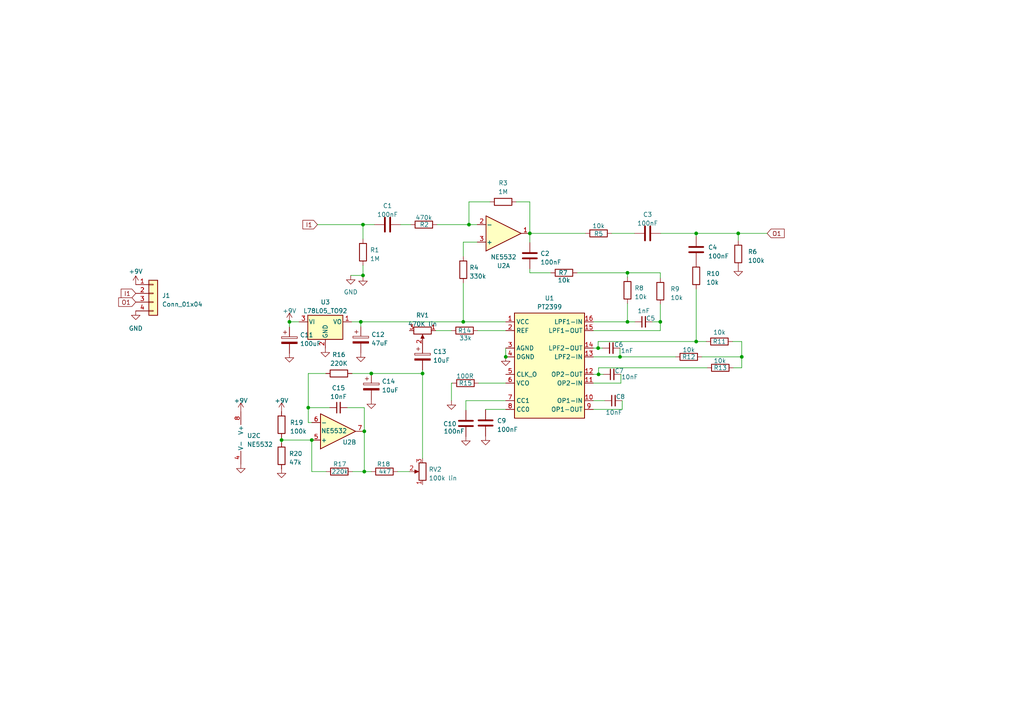
<source format=kicad_sch>
(kicad_sch (version 20230121) (generator eeschema)
  (paper "A4")
  (lib_symbols
    (symbol "Amplifier_Operational:NE5532" (pin_names (offset 0.127))
      (property "Reference" "U" (at 0 5.08 0))
      (property "Value" "NE5532" (at 0 -5.08 0))
      (symbol "NE5532_1_1"
        (polyline (pts (xy -5.08 5.08) (xy 5.08 0) (xy -5.08 -5.08) (xy -5.08 5.08)) (stroke (width 0.254)) (fill (type background)))
        (pin output line (at 7.62 0 180) (length 2.54) (name "~") (number "1"))
        (pin input line (at -7.62 -2.54 0) (length 2.54) (name "-") (number "2"))
        (pin input line (at -7.62 2.54 0) (length 2.54) (name "+") (number "3"))
      )
      (symbol "NE5532_2_1"
        (polyline (pts (xy -5.08 5.08) (xy 5.08 0) (xy -5.08 -5.08) (xy -5.08 5.08)) (stroke (width 0.254)) (fill (type background)))
        (pin input line (at -7.62 2.54 0) (length 2.54) (name "+") (number "5"))
        (pin input line (at -7.62 -2.54 0) (length 2.54) (name "-") (number "6"))
        (pin output line (at 7.62 0 180) (length 2.54) (name "~") (number "7"))
      )
      (symbol "NE5532_3_1"
        (pin power_in line (at -2.54 -7.62 90) (length 3.81) (name "V-") (number "4"))
        (pin power_in line (at -2.54 7.62 270) (length 3.81) (name "V+") (number "8"))
      )
    )
    (symbol "Audio:PT2399"
      (property "Reference" "U" (at 0 17.78 0))
      (property "Value" "PT2399" (at 0 -17.78 0))
      (symbol "PT2399_0_1"
        (rectangle (start -10.16 15.24) (end 10.16 -15.24) (stroke (width 0.254)) (fill (type background)))
      )
      (symbol "PT2399_1_1"
        (pin power_in line (at -12.7 12.7 0) (length 2.54) (name "VCC") (number "1"))
        (pin input line (at 12.7 -10.16 180) (length 2.54) (name "OP1-IN") (number "10"))
        (pin input line (at 12.7 -5.08 180) (length 2.54) (name "OP2-IN") (number "11"))
        (pin output line (at 12.7 -2.54 180) (length 2.54) (name "OP2-OUT") (number "12"))
        (pin input line (at 12.7 2.54 180) (length 2.54) (name "LPF2-IN") (number "13"))
        (pin output line (at 12.7 5.08 180) (length 2.54) (name "LPF2-OUT") (number "14"))
        (pin output line (at 12.7 10.16 180) (length 2.54) (name "LPF1-OUT") (number "15"))
        (pin input line (at 12.7 12.7 180) (length 2.54) (name "LPF1-IN") (number "16"))
        (pin passive line (at -12.7 10.16 0) (length 2.54) (name "REF") (number "2"))
        (pin power_in line (at -12.7 5.08 0) (length 2.54) (name "AGND") (number "3"))
        (pin power_in line (at -12.7 2.54 0) (length 2.54) (name "DGND") (number "4"))
        (pin passive line (at -12.7 -2.54 0) (length 2.54) (name "CLK_O") (number "5"))
        (pin passive line (at -12.7 -5.08 0) (length 2.54) (name "VCO") (number "6"))
        (pin passive line (at -12.7 -10.16 0) (length 2.54) (name "CC1") (number "7"))
        (pin passive line (at -12.7 -12.7 0) (length 2.54) (name "CC0") (number "8"))
        (pin output line (at 12.7 -12.7 180) (length 2.54) (name "OP1-OUT") (number "9"))
      )
    )
    (symbol "Connector_Generic:Conn_01x04" (pin_names (offset 1.016) hide)
      (property "Reference" "J" (at 0 5.08 0))
      (property "Value" "Conn_01x04" (at 0 -7.62 0))
      (symbol "Conn_01x04_1_1"
        (rectangle (start -1.27 -4.953) (end 0 -5.207) (stroke (width 0.1524)))
        (rectangle (start -1.27 -2.413) (end 0 -2.667) (stroke (width 0.1524)))
        (rectangle (start -1.27 0.127) (end 0 -0.127) (stroke (width 0.1524)))
        (rectangle (start -1.27 2.667) (end 0 2.413) (stroke (width 0.1524)))
        (rectangle (start -1.27 3.81) (end 1.27 -6.35) (stroke (width 0.254)) (fill (type background)))
        (pin passive line (at -5.08 2.54 0) (length 3.81) (name "Pin_1") (number "1"))
        (pin passive line (at -5.08 0 0) (length 3.81) (name "Pin_2") (number "2"))
        (pin passive line (at -5.08 -2.54 0) (length 3.81) (name "Pin_3") (number "3"))
        (pin passive line (at -5.08 -5.08 0) (length 3.81) (name "Pin_4") (number "4"))
      )
    )
    (symbol "Device:C" (pin_numbers hide) (pin_names (offset 0.254))
      (property "Reference" "C" (at 0.635 2.54 0))
      (property "Value" "C" (at 0.635 -2.54 0))
      (symbol "C_0_1"
        (polyline (pts (xy -2.032 -0.762) (xy 2.032 -0.762)) (stroke (width 0.508)))
        (polyline (pts (xy -2.032 0.762) (xy 2.032 0.762)) (stroke (width 0.508)))
      )
      (symbol "C_1_1"
        (pin passive line (at 0 3.81 270) (length 2.794) (name "~") (number "1"))
        (pin passive line (at 0 -3.81 90) (length 2.794) (name "~") (number "2"))
      )
    )
    (symbol "Device:C_Polarized" (pin_numbers hide) (pin_names (offset 0.254))
      (property "Reference" "C" (at 0.635 2.54 0))
      (property "Value" "C_Polarized" (at 0.635 -2.54 0))
      (symbol "C_Polarized_0_1"
        (rectangle (start -2.286 0.508) (end 2.286 1.016))
        (polyline (pts (xy -1.778 2.286) (xy -0.762 2.286)))
        (polyline (pts (xy -1.27 2.794) (xy -1.27 1.778)))
        (rectangle (start 2.286 -0.508) (end -2.286 -1.016) (fill (type outline)))
      )
      (symbol "C_Polarized_1_1"
        (pin passive line (at 0 3.81 270) (length 2.794) (name "~") (number "1"))
        (pin passive line (at 0 -3.81 90) (length 2.794) (name "~") (number "2"))
      )
    )
    (symbol "Device:C_Small" (pin_numbers hide) (pin_names (offset 0.254) hide)
      (property "Reference" "C" (at 0.254 1.778 0))
      (property "Value" "C_Small" (at 0.254 -2.032 0))
      (symbol "C_Small_0_1"
        (polyline (pts (xy -1.524 -0.508) (xy 1.524 -0.508)) (stroke (width 0.3302)))
        (polyline (pts (xy -1.524 0.508) (xy 1.524 0.508)) (stroke (width 0.3048)))
      )
      (symbol "C_Small_1_1"
        (pin passive line (at 0 2.54 270) (length 2.032) (name "~") (number "1"))
        (pin passive line (at 0 -2.54 90) (length 2.032) (name "~") (number "2"))
      )
    )
    (symbol "Device:R" (pin_numbers hide) (pin_names (offset 0))
      (property "Reference" "R" (at 2.032 0 90))
      (property "Value" "R" (at 0 0 90))
      (symbol "R_0_1"
        (rectangle (start -1.016 -2.54) (end 1.016 2.54) (stroke (width 0.254)))
      )
      (symbol "R_1_1"
        (pin passive line (at 0 3.81 270) (length 1.27) (name "~") (number "1"))
        (pin passive line (at 0 -3.81 90) (length 1.27) (name "~") (number "2"))
      )
    )
    (symbol "Device:R_Potentiometer" (pin_names (offset 1.016) hide)
      (property "Reference" "RV" (at -4.445 0 90))
      (property "Value" "R_Potentiometer" (at -2.54 0 90))
      (symbol "R_Potentiometer_0_1"
        (polyline (pts (xy 2.54 0) (xy 1.524 0)))
        (polyline (pts (xy 1.143 0) (xy 2.286 0.508) (xy 2.286 -0.508) (xy 1.143 0)) (fill (type outline)))
        (rectangle (start 1.016 2.54) (end -1.016 -2.54) (stroke (width 0.254)))
      )
      (symbol "R_Potentiometer_1_1"
        (pin passive line (at 0 3.81 270) (length 1.27) (name "1") (number "1"))
        (pin passive line (at 3.81 0 180) (length 1.27) (name "2") (number "2"))
        (pin passive line (at 0 -3.81 90) (length 1.27) (name "3") (number "3"))
      )
    )
    (symbol "Regulator_Linear:L78L05_TO92" (pin_names (offset 0.254))
      (property "Reference" "U" (at -3.81 3.175 0))
      (property "Value" "L78L05_TO92" (at 0 3.175 0))
      (symbol "L78L05_TO92_0_1"
        (rectangle (start -5.08 -5.08) (end 5.08 1.905) (stroke (width 0.254)) (fill (type background)))
      )
      (symbol "L78L05_TO92_1_1"
        (pin power_out line (at 7.62 0 180) (length 2.54) (name "VO") (number "1"))
        (pin power_in line (at 0 -7.62 90) (length 2.54) (name "GND") (number "2"))
        (pin power_in line (at -7.62 0 0) (length 2.54) (name "VI") (number "3"))
      )
    )
    (symbol "power:+9V" (power) (pin_names (offset 0))
      (property "Value" "+9V" (at 0 3.556 0))
      (symbol "+9V_0_1"
        (polyline (pts (xy -0.762 1.27) (xy 0 2.54)))
        (polyline (pts (xy 0 0) (xy 0 2.54)))
        (polyline (pts (xy 0 2.54) (xy 0.762 1.27)))
      )
      (symbol "+9V_1_1"
        (pin power_in line (at 0 0 90) (length 0) hide (name "+9V") (number "1"))
      )
    )
    (symbol "power:GND" (power) (pin_names (offset 0))
      (property "Value" "GND" (at 0 -3.81 0))
      (symbol "GND_0_1"
        (polyline (pts (xy 0 0) (xy 0 -1.27) (xy 1.27 -1.27) (xy 0 -2.54) (xy -1.27 -1.27) (xy 0 -1.27)))
      )
      (symbol "GND_1_1"
        (pin power_in line (at 0 0 270) (length 0) hide (name "GND") (number "1"))
      )
    )
  )
  (junction (at 83.947 93.345))
  (junction (at 215.138 103.505))
  (junction (at 105.283 65.151))
  (junction (at 173.482 100.965))
  (junction (at 104.648 93.345))
  (junction (at 181.991 93.345))
  (junction (at 105.664 136.779))
  (junction (at 122.555 108.331))
  (junction (at 81.661 127.635))
  (junction (at 89.408 118.237))
  (junction (at 90.424 127.635))
  (junction (at 136.017 65.151))
  (junction (at 181.991 79.121))
  (junction (at 173.609 108.585))
  (junction (at 107.696 108.331))
  (junction (at 201.93 99.06))
  (junction (at 105.664 125.095))
  (junction (at 191.516 93.345))
  (junction (at 201.93 67.691))
  (junction (at 153.67 67.691))
  (junction (at 105.283 79.883))
  (junction (at 214.122 67.691))
  (junction (at 179.832 103.505))
  (junction (at 134.366 93.345))
  (junction (at 146.685 103.505))
  (wire (pts (xy 92.075 65.151) (xy 105.283 65.151)))
  (wire (pts (xy 177.419 67.691) (xy 184.023 67.691)))
  (wire (pts (xy 142.113 58.547) (xy 136.017 58.547)))
  (wire (pts (xy 135.128 116.205) (xy 146.685 116.205)))
  (wire (pts (xy 172.085 100.965) (xy 173.482 100.965)))
  (wire (pts (xy 126.746 65.151) (xy 136.017 65.151)))
  (wire (pts (xy 101.727 79.883) (xy 105.283 79.883)))
  (wire (pts (xy 191.516 88.265) (xy 191.516 93.345)))
  (wire (pts (xy 173.482 99.06) (xy 201.93 99.06)))
  (wire (pts (xy 191.516 93.345) (xy 191.516 95.885)))
  (wire (pts (xy 122.555 108.331) (xy 122.555 107.315)))
  (wire (pts (xy 153.67 67.691) (xy 153.67 70.358)))
  (wire (pts (xy 105.283 65.151) (xy 105.283 69.342)))
  (wire (pts (xy 146.685 100.965) (xy 146.685 103.505)))
  (wire (pts (xy 153.67 67.691) (xy 169.799 67.691)))
  (wire (pts (xy 136.017 65.151) (xy 138.43 65.151)))
  (wire (pts (xy 153.67 67.691) (xy 153.67 58.547)))
  (wire (pts (xy 181.991 93.345) (xy 184.15 93.345)))
  (wire (pts (xy 104.648 93.345) (xy 134.366 93.345)))
  (wire (pts (xy 86.741 93.345) (xy 83.947 93.345)))
  (wire (pts (xy 173.482 100.965) (xy 174.752 100.965)))
  (wire (pts (xy 172.085 118.745) (xy 180.467 118.745)))
  (wire (pts (xy 136.017 58.547) (xy 136.017 65.151)))
  (wire (pts (xy 172.085 103.505) (xy 179.832 103.505)))
  (wire (pts (xy 153.67 58.547) (xy 149.733 58.547)))
  (wire (pts (xy 102.108 108.331) (xy 107.696 108.331)))
  (wire (pts (xy 179.832 100.965) (xy 179.832 103.505)))
  (wire (pts (xy 181.991 80.391) (xy 181.991 79.121)))
  (wire (pts (xy 140.843 118.745) (xy 140.843 118.872)))
  (wire (pts (xy 105.283 76.962) (xy 105.283 79.883)))
  (wire (pts (xy 180.467 118.745) (xy 180.467 116.205)))
  (wire (pts (xy 205.105 106.68) (xy 173.609 106.68)))
  (wire (pts (xy 173.609 106.68) (xy 173.609 108.585)))
  (wire (pts (xy 201.93 99.06) (xy 204.851 99.06)))
  (wire (pts (xy 83.947 93.345) (xy 83.947 94.869)))
  (wire (pts (xy 215.138 99.06) (xy 215.138 103.505)))
  (wire (pts (xy 101.981 93.345) (xy 104.648 93.345)))
  (wire (pts (xy 180.086 111.125) (xy 180.086 108.585)))
  (wire (pts (xy 100.711 118.237) (xy 105.664 118.237)))
  (wire (pts (xy 214.122 69.85) (xy 214.122 67.691)))
  (wire (pts (xy 172.085 93.345) (xy 181.991 93.345)))
  (wire (pts (xy 172.085 116.205) (xy 175.387 116.205)))
  (wire (pts (xy 126.365 95.885) (xy 130.937 95.885)))
  (wire (pts (xy 95.631 118.237) (xy 89.408 118.237)))
  (wire (pts (xy 107.696 108.331) (xy 122.555 108.331)))
  (wire (pts (xy 153.67 77.978) (xy 153.67 79.121)))
  (wire (pts (xy 102.235 136.779) (xy 105.664 136.779)))
  (wire (pts (xy 153.67 79.121) (xy 159.766 79.121)))
  (wire (pts (xy 172.085 111.125) (xy 180.086 111.125)))
  (wire (pts (xy 181.991 88.011) (xy 181.991 93.345)))
  (wire (pts (xy 134.366 93.345) (xy 134.366 82.042)))
  (wire (pts (xy 81.661 127.635) (xy 81.661 128.397)))
  (wire (pts (xy 201.93 67.691) (xy 214.122 67.691)))
  (wire (pts (xy 105.664 125.095) (xy 105.664 136.779)))
  (wire (pts (xy 146.685 118.745) (xy 140.843 118.745)))
  (wire (pts (xy 167.386 79.121) (xy 181.991 79.121)))
  (wire (pts (xy 90.424 136.779) (xy 94.615 136.779)))
  (wire (pts (xy 130.937 111.125) (xy 131.191 111.125)))
  (wire (pts (xy 134.366 70.231) (xy 134.366 74.422)))
  (wire (pts (xy 138.557 95.885) (xy 146.685 95.885)))
  (wire (pts (xy 104.648 94.742) (xy 104.648 93.345)))
  (wire (pts (xy 115.316 136.779) (xy 118.745 136.779)))
  (wire (pts (xy 212.471 99.06) (xy 215.138 99.06)))
  (wire (pts (xy 116.205 65.151) (xy 119.126 65.151)))
  (wire (pts (xy 81.661 127) (xy 81.661 127.635)))
  (wire (pts (xy 105.664 118.237) (xy 105.664 125.095)))
  (wire (pts (xy 130.937 116.205) (xy 130.937 111.125)))
  (wire (pts (xy 173.609 108.585) (xy 175.006 108.585)))
  (wire (pts (xy 214.122 67.691) (xy 222.504 67.691)))
  (wire (pts (xy 81.661 127.635) (xy 90.424 127.635)))
  (wire (pts (xy 135.128 118.999) (xy 135.128 116.205)))
  (wire (pts (xy 215.138 106.68) (xy 212.725 106.68)))
  (wire (pts (xy 173.609 108.585) (xy 172.085 108.585)))
  (wire (pts (xy 201.93 83.82) (xy 201.93 99.06)))
  (wire (pts (xy 138.43 70.231) (xy 134.366 70.231)))
  (wire (pts (xy 191.516 79.121) (xy 191.516 80.645)))
  (wire (pts (xy 122.555 108.331) (xy 122.555 132.969)))
  (wire (pts (xy 105.283 65.151) (xy 108.585 65.151)))
  (wire (pts (xy 173.482 99.06) (xy 173.482 100.965)))
  (wire (pts (xy 203.581 103.505) (xy 215.138 103.505)))
  (wire (pts (xy 172.085 95.885) (xy 191.516 95.885)))
  (wire (pts (xy 89.408 118.237) (xy 89.408 122.555)))
  (wire (pts (xy 215.138 103.505) (xy 215.138 106.68)))
  (wire (pts (xy 189.23 93.345) (xy 191.516 93.345)))
  (wire (pts (xy 105.283 79.883) (xy 105.283 80.264)))
  (wire (pts (xy 179.832 103.505) (xy 195.961 103.505)))
  (wire (pts (xy 89.408 108.331) (xy 89.408 118.237)))
  (wire (pts (xy 146.685 93.345) (xy 134.366 93.345)))
  (wire (pts (xy 90.424 127.635) (xy 90.424 136.779)))
  (wire (pts (xy 201.93 67.691) (xy 201.93 68.58)))
  (wire (pts (xy 89.408 122.555) (xy 90.424 122.555)))
  (wire (pts (xy 138.811 111.125) (xy 146.685 111.125)))
  (wire (pts (xy 94.488 108.331) (xy 89.408 108.331)))
  (wire (pts (xy 105.664 136.779) (xy 107.696 136.779)))
  (wire (pts (xy 191.643 67.691) (xy 201.93 67.691)))
  (wire (pts (xy 181.991 79.121) (xy 191.516 79.121)))
  (global_label "O1" (shape input) (at 222.504 67.691 0) (property "Intersheetrefs" "${INTERSHEET_REFS}" (effects hide)))
  (global_label "I1" (shape input) (at 39.37 85.09 180) (property "Intersheetrefs" "${INTERSHEET_REFS}" (effects hide)))
  (global_label "I1" (shape input) (at 92.075 65.151 180) (property "Intersheetrefs" "${INTERSHEET_REFS}" (effects hide)))
  (global_label "O1" (shape input) (at 39.37 87.63 180) (property "Intersheetrefs" "${INTERSHEET_REFS}" (effects hide)))
  (symbol (lib_id "power:GND") (at 101.727 79.883 0) (unit 1)
    (property "Reference" "#PWR02" (effects hide))
    (property "Value" "GND" (at 101.727 84.709 0))
    (instances (project "little-angel-chorus" (path "" (reference "#PWR02") (unit 1))) (project "MagPi" (path "" (reference "#PWR034") (unit 1))))
  )
  (symbol (lib_id "power:+9V") (at 39.37 82.55 0) (unit 1)
    (property "Reference" "#PWR013" (effects hide))
    (property "Value" "+9V" (at 39.37 78.74 0))
    (instances (project "MagPi" (path "" (reference "#PWR013") (unit 1)) (path "" (reference "#PWR043") (unit 1))))
  )
  (symbol (lib_id "Device:C_Small") (at 177.546 108.585 90) (unit 1)
    (property "Reference" "C7" (at 179.578 107.569 90))
    (property "Value" "10nF" (at 182.626 109.347 90))
    (property "Footprint" "Capacitor_THT:C_Disc_D3.0mm_W1.6mm_P2.50mm" (effects hide))
    (instances (project "little-angel-chorus" (path "" (reference "C7") (unit 1))) (project "MagPi" (path "" (reference "C11") (unit 1))))
  )
  (symbol (lib_id "Device:C_Polarized") (at 107.696 112.141 0) (unit 1)
    (property "Reference" "C14" (at 110.744 110.617 0) (effects (justify left)))
    (property "Value" "10uF" (at 110.744 113.157 0) (effects (justify left)))
    (property "Footprint" "Capacitor_THT:CP_Radial_D8.0mm_P2.50mm" (effects hide))
    (instances (project "little-angel-chorus" (path "" (reference "C14") (unit 1))) (project "MagPi" (path "" (reference "C4") (unit 1))))
  )
  (symbol (lib_id "power:GND") (at 83.947 102.489 0) (unit 1)
    (property "Reference" "#PWR010" (effects hide))
    (property "Value" "Earth" (effects hide))
    (instances (project "little-angel-chorus" (path "" (reference "#PWR010") (unit 1))) (project "MagPi" (path "" (reference "#PWR032") (unit 1))))
  )
  (symbol (lib_id "Device:R") (at 214.122 73.66 180) (unit 1)
    (property "Reference" "R6" (at 216.916 73.025 0) (effects (justify right)))
    (property "Value" "100k" (at 216.916 75.565 0) (effects (justify right)))
    (property "Footprint" "Resistor_THT:R_Axial_DIN0204_L3.6mm_D1.6mm_P7.62mm_Horizontal" (effects hide))
    (instances (project "little-angel-chorus" (path "" (reference "R6") (unit 1))) (project "MagPi" (path "" (reference "R26") (unit 1))))
  )
  (symbol (lib_id "Connector_Generic:Conn_01x04") (at 44.45 85.09 0) (unit 1)
    (property "Reference" "J1" (at 46.99 85.725 0) (effects (justify left)))
    (property "Value" "Conn_01x04" (at 46.99 88.265 0) (effects (justify left)))
    (property "Footprint" "Connector_Molex:Molex_KK-254_AE-6410-04A_1x04_P2.54mm_Vertical" (effects hide))
    (instances (project "MagPi" (path "" (reference "J1") (unit 1)) (path "" (reference "J9") (unit 1))))
  )
  (symbol (lib_id "Device:R") (at 105.283 73.152 0) (unit 1)
    (property "Reference" "R1" (at 107.315 72.517 0) (effects (justify left)))
    (property "Value" "1M" (at 107.315 75.057 0) (effects (justify left)))
    (property "Footprint" "Resistor_THT:R_Axial_DIN0204_L3.6mm_D1.6mm_P7.62mm_Horizontal" (effects hide))
    (instances (project "little-angel-chorus" (path "" (reference "R1") (unit 1))) (project "MagPi" (path "" (reference "R11") (unit 1))))
  )
  (symbol (lib_id "Device:R") (at 145.923 58.547 90) (unit 1)
    (property "Reference" "R3" (at 145.923 53.086 90))
    (property "Value" "1M" (at 145.923 55.626 90))
    (property "Footprint" "Resistor_THT:R_Axial_DIN0204_L3.6mm_D1.6mm_P7.62mm_Horizontal" (effects hide))
    (instances (project "little-angel-chorus" (path "" (reference "R3") (unit 1))) (project "MagPi" (path "" (reference "R17") (unit 1))))
  )
  (symbol (lib_id "Device:R") (at 81.661 123.19 180) (unit 1)
    (property "Reference" "R19" (at 84.074 122.555 0) (effects (justify right)))
    (property "Value" "100k" (at 84.074 125.095 0) (effects (justify right)))
    (property "Footprint" "Resistor_THT:R_Axial_DIN0204_L3.6mm_D1.6mm_P7.62mm_Horizontal" (effects hide))
    (instances (project "little-angel-chorus" (path "" (reference "R19") (unit 1))) (project "MagPi" (path "" (reference "R7") (unit 1))))
  )
  (symbol (lib_id "power:+9V") (at 83.947 93.345 0) (unit 1)
    (property "Reference" "#PWR012" (effects hide))
    (property "Value" "+9V" (at 83.947 90.17 0))
    (instances (project "little-angel-chorus" (path "" (reference "#PWR012") (unit 1))) (project "MagPi" (path "" (reference "#PWR031") (unit 1))))
  )
  (symbol (lib_id "Device:R") (at 191.516 84.455 180) (unit 1)
    (property "Reference" "R9" (at 194.437 83.82 0) (effects (justify right)))
    (property "Value" "10k" (at 194.437 86.36 0) (effects (justify right)))
    (property "Footprint" "Resistor_THT:R_Axial_DIN0204_L3.6mm_D1.6mm_P7.62mm_Horizontal" (effects hide))
    (instances (project "little-angel-chorus" (path "" (reference "R9") (unit 1))) (project "MagPi" (path "" (reference "R21") (unit 1))))
  )
  (symbol (lib_id "Device:C") (at 201.93 72.39 180) (unit 1)
    (property "Reference" "C4" (at 205.359 71.755 0) (effects (justify right)))
    (property "Value" "100nF" (at 205.359 74.295 0) (effects (justify right)))
    (property "Footprint" "Capacitor_THT:C_Disc_D3.0mm_W1.6mm_P2.50mm" (effects hide))
    (instances (project "little-angel-chorus" (path "" (reference "C4") (unit 1))) (project "MagPi" (path "" (reference "C15") (unit 1))))
  )
  (symbol (lib_id "Device:C_Polarized") (at 104.648 98.552 0) (unit 1)
    (property "Reference" "C12" (at 107.696 97.028 0) (effects (justify left)))
    (property "Value" "47uF" (at 107.696 99.568 0) (effects (justify left)))
    (property "Footprint" "Capacitor_THT:CP_Radial_D8.0mm_P2.50mm" (effects hide))
    (instances (project "little-angel-chorus" (path "" (reference "C12") (unit 1))) (project "MagPi" (path "" (reference "C3") (unit 1))))
  )
  (symbol (lib_id "Device:R") (at 98.298 108.331 90) (unit 1)
    (property "Reference" "R16" (at 98.298 102.87 90))
    (property "Value" "220K" (at 98.298 105.41 90))
    (property "Footprint" "Resistor_THT:R_Axial_DIN0204_L3.6mm_D1.6mm_P7.62mm_Horizontal" (effects hide))
    (instances (project "little-angel-chorus" (path "" (reference "R16") (unit 1))) (project "MagPi" (path "" (reference "R9") (unit 1))))
  )
  (symbol (lib_id "Device:R_Potentiometer") (at 122.555 136.779 180) (unit 1)
    (property "Reference" "RV2" (at 124.333 136.144 0) (effects (justify right)))
    (property "Value" "100k lin" (at 124.333 138.684 0) (effects (justify right)))
    (property "Footprint" "Potentiometer_THT:Potentiometer_Alps_RK09L_Single_Vertical" (effects hide))
  )
  (symbol (lib_id "power:GND") (at 81.661 136.017 0) (unit 1)
    (property "Reference" "#PWR015" (effects hide))
    (property "Value" "Earth" (effects hide))
    (instances (project "little-angel-chorus" (path "" (reference "#PWR015") (unit 1))) (project "MagPi" (path "" (reference "#PWR030") (unit 1))))
  )
  (symbol (lib_id "Device:C_Small") (at 177.927 116.205 90) (unit 1)
    (property "Reference" "C8" (at 179.959 115.062 90))
    (property "Value" "10nF" (at 178.054 119.634 90))
    (property "Footprint" "Capacitor_THT:C_Disc_D3.0mm_W1.6mm_P2.50mm" (effects hide))
    (instances (project "little-angel-chorus" (path "" (reference "C8") (unit 1))) (project "MagPi" (path "" (reference "C12") (unit 1))))
  )
  (symbol (lib_id "Device:R") (at 201.93 80.01 180) (unit 1)
    (property "Reference" "R10" (at 204.851 79.375 0) (effects (justify right)))
    (property "Value" "10k" (at 204.851 81.915 0) (effects (justify right)))
    (property "Footprint" "Resistor_THT:R_Axial_DIN0204_L3.6mm_D1.6mm_P7.62mm_Horizontal" (effects hide))
    (instances (project "little-angel-chorus" (path "" (reference "R10") (unit 1))) (project "MagPi" (path "" (reference "R23") (unit 1))))
  )
  (symbol (lib_id "Audio:PT2399") (at 159.385 106.045 0) (unit 1)
    (property "Reference" "U1" (at 159.385 86.487 0))
    (property "Value" "PT2399" (at 159.385 89.027 0))
    (property "Footprint" "Package_DIP:DIP-16_W7.62mm" (effects hide))
    (property "Datasheet" "http://sound.westhost.com/pt2399.pdf" (effects hide))
    (instances (project "little-angel-chorus" (path "" (reference "U1") (unit 1))) (project "MagPi" (path "" (reference "U3") (unit 1))))
  )
  (symbol (lib_id "power:+9V") (at 69.85 119.38 0) (unit 1)
    (property "Reference" "#PWR013" (effects hide))
    (property "Value" "+9V" (at 69.85 116.205 0))
    (instances (project "little-angel-chorus" (path "" (reference "#PWR013") (unit 1))) (project "MagPi" (path "" (reference "#PWR027") (unit 1))))
  )
  (symbol (lib_id "Device:R") (at 122.936 65.151 90) (unit 1)
    (property "Reference" "R2" (at 123.063 65.151 90))
    (property "Value" "470k" (at 122.936 63.119 90))
    (property "Footprint" "Resistor_THT:R_Axial_DIN0204_L3.6mm_D1.6mm_P7.62mm_Horizontal" (effects hide))
    (instances (project "little-angel-chorus" (path "" (reference "R2") (unit 1))) (project "MagPi" (path "" (reference "R13") (unit 1))))
  )
  (symbol (lib_id "Device:C_Small") (at 186.69 93.345 90) (unit 1)
    (property "Reference" "C5" (at 188.722 92.329 90))
    (property "Value" "1nF" (at 186.6963 90.17 90))
    (property "Footprint" "Capacitor_THT:C_Disc_D3.0mm_W1.6mm_P2.50mm" (effects hide))
    (instances (project "little-angel-chorus" (path "" (reference "C5") (unit 1))) (project "MagPi" (path "" (reference "C13") (unit 1))))
  )
  (symbol (lib_id "Device:R") (at 134.366 78.232 180) (unit 1)
    (property "Reference" "R4" (at 136.144 77.597 0) (effects (justify right)))
    (property "Value" "330k" (at 136.144 80.137 0) (effects (justify right)))
    (property "Footprint" "Resistor_THT:R_Axial_DIN0204_L3.6mm_D1.6mm_P7.62mm_Horizontal" (effects hide))
    (instances (project "little-angel-chorus" (path "" (reference "R4") (unit 1))) (project "MagPi" (path "" (reference "R14") (unit 1))))
  )
  (symbol (lib_id "Device:C_Polarized") (at 122.555 103.505 0) (unit 1)
    (property "Reference" "C13" (at 125.603 101.981 0) (effects (justify left)))
    (property "Value" "10uF" (at 125.603 104.521 0) (effects (justify left)))
    (property "Footprint" "Capacitor_THT:CP_Radial_D8.0mm_P2.50mm" (effects hide))
    (instances (project "little-angel-chorus" (path "" (reference "C13") (unit 1))) (project "MagPi" (path "" (reference "C6") (unit 1))))
  )
  (symbol (lib_id "Device:R") (at 199.771 103.505 270) (unit 1)
    (property "Reference" "R12" (at 199.771 103.505 90))
    (property "Value" "10k" (at 199.771 101.473 90))
    (property "Footprint" "Resistor_THT:R_Axial_DIN0204_L3.6mm_D1.6mm_P7.62mm_Horizontal" (effects hide))
    (instances (project "little-angel-chorus" (path "" (reference "R12") (unit 1))) (project "MagPi" (path "" (reference "R22") (unit 1))))
  )
  (symbol (lib_id "Device:R_Potentiometer") (at 122.555 95.885 270) (unit 1)
    (property "Reference" "RV1" (at 122.555 91.44 90))
    (property "Value" "470K lin" (at 122.555 93.98 90))
    (property "Footprint" "Potentiometer_THT:Potentiometer_Alps_RK09L_Single_Vertical" (effects hide))
  )
  (symbol (lib_id "Device:C") (at 187.833 67.691 90) (unit 1)
    (property "Reference" "C3" (at 187.833 62.23 90))
    (property "Value" "100nF" (at 187.833 64.77 90))
    (property "Footprint" "Capacitor_THT:C_Disc_D3.0mm_W1.6mm_P2.50mm" (effects hide))
    (instances (project "little-angel-chorus" (path "" (reference "C3") (unit 1))) (project "MagPi" (path "" (reference "C14") (unit 1))))
  )
  (symbol (lib_id "power:GND") (at 69.85 134.62 0) (unit 1)
    (property "Reference" "#PWR014" (effects hide))
    (property "Value" "Earth" (effects hide))
    (instances (project "little-angel-chorus" (path "" (reference "#PWR014") (unit 1))) (project "MagPi" (path "" (reference "#PWR028") (unit 1))))
  )
  (symbol (lib_id "Device:R") (at 208.915 106.68 270) (unit 1)
    (property "Reference" "R13" (at 208.915 106.68 90))
    (property "Value" "10k" (at 208.788 104.648 90))
    (property "Footprint" "Resistor_THT:R_Axial_DIN0204_L3.6mm_D1.6mm_P7.62mm_Horizontal" (effects hide))
    (instances (project "little-angel-chorus" (path "" (reference "R13") (unit 1))) (project "MagPi" (path "" (reference "R25") (unit 1))))
  )
  (symbol (lib_id "Regulator_Linear:L78L05_TO92") (at 94.361 93.345 0) (unit 1)
    (property "Reference" "U3" (at 94.361 87.63 0))
    (property "Value" "L78L05_TO92" (at 94.361 90.17 0))
    (property "Footprint" "Package_TO_SOT_THT:TO-92_Inline" (effects hide))
    (property "Datasheet" "http://www.st.com/content/ccc/resource/technical/document/datasheet/15/55/e5/aa/23/5b/43/fd/CD00000446.pdf/files/CD00000446.pdf/jcr:content/translations/en.CD00000446.pdf" (effects hide))
    (instances (project "little-angel-chorus" (path "" (reference "U3") (unit 1))) (project "MagPi" (path "" (reference "U2") (unit 1))))
  )
  (symbol (lib_id "power:GND") (at 214.122 77.47 0) (unit 1)
    (property "Reference" "#PWR03" (effects hide))
    (property "Value" "Earth" (effects hide))
    (instances (project "little-angel-chorus" (path "" (reference "#PWR03") (unit 1))) (project "MagPi" (path "" (reference "#PWR042") (unit 1))))
  )
  (symbol (lib_id "power:GND") (at 94.361 100.965 0) (unit 1)
    (property "Reference" "#PWR09" (effects hide))
    (property "Value" "Earth" (effects hide))
    (instances (project "little-angel-chorus" (path "" (reference "#PWR09") (unit 1))) (project "MagPi" (path "" (reference "#PWR033") (unit 1))))
  )
  (symbol (lib_id "Amplifier_Operational:NE5532") (at 98.044 125.095 0) (mirror x) (unit 2)
    (property "Reference" "U2" (at 101.346 128.27 0))
    (property "Value" "NE5532" (at 96.901 124.968 0))
    (property "Footprint" "Package_DIP:DIP-8_W7.62mm" (effects hide))
    (property "Datasheet" "http://www.ti.com/lit/ds/symlink/ne5532.pdf" (effects hide))
    (instances (project "little-angel-chorus" (path "" (reference "U2") (unit 2))) (project "MagPi" (path "" (reference "U1") (unit 2))))
  )
  (symbol (lib_id "Amplifier_Operational:NE5532") (at 72.39 127 0) (unit 3)
    (property "Reference" "U2" (at 71.628 126.365 0) (effects (justify left)))
    (property "Value" "NE5532" (at 71.628 128.905 0) (effects (justify left)))
    (property "Footprint" "Package_DIP:DIP-8_W7.62mm" (effects hide))
    (property "Datasheet" "http://www.ti.com/lit/ds/symlink/ne5532.pdf" (effects hide))
    (instances (project "little-angel-chorus" (path "" (reference "U2") (unit 3))) (project "MagPi" (path "" (reference "U1") (unit 3))))
  )
  (symbol (lib_id "Device:R") (at 81.661 132.207 180) (unit 1)
    (property "Reference" "R20" (at 83.82 131.572 0) (effects (justify right)))
    (property "Value" "47k" (at 83.82 134.112 0) (effects (justify right)))
    (property "Footprint" "Resistor_THT:R_Axial_DIN0204_L3.6mm_D1.6mm_P7.62mm_Horizontal" (effects hide))
    (instances (project "little-angel-chorus" (path "" (reference "R20") (unit 1))) (project "MagPi" (path "" (reference "R8") (unit 1))))
  )
  (symbol (lib_id "Device:C") (at 112.395 65.151 90) (unit 1)
    (property "Reference" "C1" (at 112.395 59.69 90))
    (property "Value" "100nF" (at 112.395 62.23 90))
    (property "Footprint" "Capacitor_THT:C_Disc_D3.0mm_W1.6mm_P2.50mm" (effects hide))
    (instances (project "little-angel-chorus" (path "" (reference "C1") (unit 1))) (project "MagPi" (path "" (reference "C5") (unit 1))))
  )
  (symbol (lib_id "power:GND") (at 104.648 102.362 0) (unit 1)
    (property "Reference" "#PWR011" (effects hide))
    (property "Value" "Earth" (effects hide))
    (instances (project "little-angel-chorus" (path "" (reference "#PWR011") (unit 1))) (project "MagPi" (path "" (reference "#PWR035") (unit 1))))
  )
  (symbol (lib_id "Device:R") (at 135.001 111.125 90) (unit 1)
    (property "Reference" "R15" (at 135.001 111.125 90))
    (property "Value" "100R" (at 134.874 109.093 90))
    (property "Footprint" "Resistor_THT:R_Axial_DIN0204_L3.6mm_D1.6mm_P7.62mm_Horizontal" (effects hide))
    (instances (project "little-angel-chorus" (path "" (reference "R15") (unit 1))) (project "MagPi" (path "" (reference "R16") (unit 1))))
  )
  (symbol (lib_id "Device:R") (at 208.661 99.06 270) (unit 1)
    (property "Reference" "R11" (at 208.661 99.06 90))
    (property "Value" "10k" (at 208.661 96.393 90))
    (property "Footprint" "Resistor_THT:R_Axial_DIN0204_L3.6mm_D1.6mm_P7.62mm_Horizontal" (effects hide))
    (instances (project "little-angel-chorus" (path "" (reference "R11") (unit 1))) (project "MagPi" (path "" (reference "R24") (unit 1))))
  )
  (symbol (lib_id "Device:C_Polarized") (at 83.947 98.679 0) (unit 1)
    (property "Reference" "C11" (at 86.995 97.155 0) (effects (justify left)))
    (property "Value" "100uF" (at 86.995 99.695 0) (effects (justify left)))
    (property "Footprint" "Capacitor_THT:CP_Radial_D8.0mm_P2.50mm" (effects hide))
    (instances (project "little-angel-chorus" (path "" (reference "C11") (unit 1))) (project "MagPi" (path "" (reference "C1") (unit 1))))
  )
  (symbol (lib_id "Device:R") (at 134.747 95.885 90) (unit 1)
    (property "Reference" "R14" (at 134.747 95.885 90))
    (property "Value" "33k" (at 135.001 98.044 90))
    (property "Footprint" "Resistor_THT:R_Axial_DIN0204_L3.6mm_D1.6mm_P7.62mm_Horizontal" (effects hide))
    (instances (project "little-angel-chorus" (path "" (reference "R14") (unit 1))) (project "MagPi" (path "" (reference "R15") (unit 1))))
  )
  (symbol (lib_id "Device:R") (at 163.576 79.121 90) (unit 1)
    (property "Reference" "R7" (at 163.322 79.121 90))
    (property "Value" "10k" (at 163.576 81.28 90))
    (property "Footprint" "Resistor_THT:R_Axial_DIN0204_L3.6mm_D1.6mm_P7.62mm_Horizontal" (effects hide))
    (instances (project "little-angel-chorus" (path "" (reference "R7") (unit 1))) (project "MagPi" (path "" (reference "R18") (unit 1))))
  )
  (symbol (lib_id "Device:C") (at 153.67 74.168 180) (unit 1)
    (property "Reference" "C2" (at 156.718 73.533 0) (effects (justify right)))
    (property "Value" "100nF" (at 156.718 76.073 0) (effects (justify right)))
    (property "Footprint" "Capacitor_THT:C_Disc_D3.0mm_W1.6mm_P2.50mm" (effects hide))
    (instances (project "little-angel-chorus" (path "" (reference "C2") (unit 1))) (project "MagPi" (path "" (reference "C9") (unit 1))))
  )
  (symbol (lib_id "power:GND") (at 135.128 126.619 0) (unit 1)
    (property "Reference" "#PWR07" (effects hide))
    (property "Value" "Earth" (effects hide))
    (instances (project "little-angel-chorus" (path "" (reference "#PWR07") (unit 1))) (project "MagPi" (path "" (reference "#PWR039") (unit 1))))
  )
  (symbol (lib_id "power:GND") (at 107.696 115.951 0) (unit 1)
    (property "Reference" "#PWR017" (effects hide))
    (property "Value" "Earth" (effects hide))
    (instances (project "little-angel-chorus" (path "" (reference "#PWR017") (unit 1))) (project "MagPi" (path "" (reference "#PWR037") (unit 1))))
  )
  (symbol (lib_id "Device:C") (at 135.128 122.809 180) (unit 1)
    (property "Reference" "C10" (at 128.524 122.936 0) (effects (justify right)))
    (property "Value" "100nF" (at 128.651 125.095 0) (effects (justify right)))
    (property "Footprint" "Capacitor_THT:C_Disc_D3.0mm_W1.6mm_P2.50mm" (effects hide))
    (instances (project "little-angel-chorus" (path "" (reference "C10") (unit 1))) (project "MagPi" (path "" (reference "C7") (unit 1))))
  )
  (symbol (lib_id "power:GND") (at 146.685 103.505 0) (unit 1)
    (property "Reference" "#PWR05" (effects hide))
    (property "Value" "Earth" (effects hide))
    (instances (project "little-angel-chorus" (path "" (reference "#PWR05") (unit 1))) (project "MagPi" (path "" (reference "#PWR041") (unit 1))))
  )
  (symbol (lib_id "Device:C_Small") (at 177.292 100.965 90) (unit 1)
    (property "Reference" "C6" (at 179.451 99.949 90))
    (property "Value" "1nF" (at 181.864 101.727 90))
    (property "Footprint" "Capacitor_THT:C_Disc_D3.0mm_W1.6mm_P2.50mm" (effects hide))
    (instances (project "little-angel-chorus" (path "" (reference "C6") (unit 1))) (project "MagPi" (path "" (reference "C10") (unit 1))))
  )
  (symbol (lib_id "Device:C_Small") (at 98.171 118.237 90) (unit 1)
    (property "Reference" "C15" (at 98.1773 112.522 90))
    (property "Value" "10nF" (at 98.1773 115.062 90))
    (property "Footprint" "Capacitor_THT:C_Disc_D3.0mm_W1.6mm_P2.50mm" (effects hide))
    (instances (project "little-angel-chorus" (path "" (reference "C15") (unit 1))) (project "MagPi" (path "" (reference "C2") (unit 1))))
  )
  (symbol (lib_id "Device:R") (at 111.506 136.779 90) (unit 1)
    (property "Reference" "R18" (at 111.252 134.62 90))
    (property "Value" "4k7" (at 111.633 136.779 90))
    (property "Footprint" "Resistor_THT:R_Axial_DIN0204_L3.6mm_D1.6mm_P7.62mm_Horizontal" (effects hide))
    (instances (project "little-angel-chorus" (path "" (reference "R18") (unit 1))) (project "MagPi" (path "" (reference "R12") (unit 1))))
  )
  (symbol (lib_id "power:GND") (at 130.937 116.205 0) (unit 1)
    (property "Reference" "#PWR06" (effects hide))
    (property "Value" "Earth" (effects hide))
    (instances (project "little-angel-chorus" (path "" (reference "#PWR06") (unit 1))) (project "MagPi" (path "" (reference "#PWR038") (unit 1))))
  )
  (symbol (lib_id "Amplifier_Operational:NE5532") (at 146.05 67.691 0) (mirror x) (unit 1)
    (property "Reference" "U2" (at 146.05 77.089 0))
    (property "Value" "NE5532" (at 146.05 74.549 0))
    (property "Footprint" "Package_DIP:DIP-8_W7.62mm" (effects hide))
    (property "Datasheet" "http://www.ti.com/lit/ds/symlink/ne5532.pdf" (effects hide))
    (instances (project "little-angel-chorus" (path "" (reference "U2") (unit 1))) (project "MagPi" (path "" (reference "U1") (unit 1))))
  )
  (symbol (lib_id "power:GND") (at 39.37 90.17 0) (unit 1)
    (property "Reference" "#PWR014" (effects hide))
    (property "Value" "GND" (at 39.37 95.25 0))
    (instances (project "MagPi" (path "" (reference "#PWR014") (unit 1)) (path "" (reference "#PWR044") (unit 1))))
  )
  (symbol (lib_id "power:GND") (at 105.283 80.264 0) (unit 1)
    (property "Reference" "#PWR01" (effects hide))
    (property "Value" "Earth" (effects hide))
    (instances (project "little-angel-chorus" (path "" (reference "#PWR01") (unit 1))) (project "MagPi" (path "" (reference "#PWR036") (unit 1))))
  )
  (symbol (lib_id "Device:C") (at 140.843 122.682 180) (unit 1)
    (property "Reference" "C9" (at 144.145 122.047 0) (effects (justify right)))
    (property "Value" "100nF" (at 144.145 124.587 0) (effects (justify right)))
    (property "Footprint" "Capacitor_THT:C_Disc_D3.0mm_W1.6mm_P2.50mm" (effects hide))
    (instances (project "little-angel-chorus" (path "" (reference "C9") (unit 1))) (project "MagPi" (path "" (reference "C8") (unit 1))))
  )
  (symbol (lib_id "Device:R") (at 98.425 136.779 90) (unit 1)
    (property "Reference" "R17" (at 98.552 134.62 90))
    (property "Value" "220k" (at 98.552 136.779 90))
    (property "Footprint" "Resistor_THT:R_Axial_DIN0204_L3.6mm_D1.6mm_P7.62mm_Horizontal" (effects hide))
    (instances (project "little-angel-chorus" (path "" (reference "R17") (unit 1))) (project "MagPi" (path "" (reference "R10") (unit 1))))
  )
  (symbol (lib_id "power:+9V") (at 81.661 119.38 0) (unit 1)
    (property "Reference" "#PWR016" (effects hide))
    (property "Value" "+9V" (at 81.661 116.205 0))
    (instances (project "little-angel-chorus" (path "" (reference "#PWR016") (unit 1))) (project "MagPi" (path "" (reference "#PWR029") (unit 1))))
  )
  (symbol (lib_id "Device:R") (at 181.991 84.201 180) (unit 1)
    (property "Reference" "R8" (at 184.023 83.566 0) (effects (justify right)))
    (property "Value" "10k" (at 184.023 86.106 0) (effects (justify right)))
    (property "Footprint" "Resistor_THT:R_Axial_DIN0204_L3.6mm_D1.6mm_P7.62mm_Horizontal" (effects hide))
    (instances (project "little-angel-chorus" (path "" (reference "R8") (unit 1))) (project "MagPi" (path "" (reference "R20") (unit 1))))
  )
  (symbol (lib_id "Device:R") (at 173.609 67.691 90) (unit 1)
    (property "Reference" "R5" (at 173.609 67.818 90))
    (property "Value" "10k" (at 173.609 65.532 90))
    (property "Footprint" "Resistor_THT:R_Axial_DIN0204_L3.6mm_D1.6mm_P7.62mm_Horizontal" (effects hide))
    (instances (project "little-angel-chorus" (path "" (reference "R5") (unit 1))) (project "MagPi" (path "" (reference "R19") (unit 1))))
  )
  (symbol (lib_id "power:GND") (at 140.843 126.492 0) (unit 1)
    (property "Reference" "#PWR08" (effects hide))
    (property "Value" "Earth" (effects hide))
    (instances (project "little-angel-chorus" (path "" (reference "#PWR08") (unit 1))) (project "MagPi" (path "" (reference "#PWR040") (unit 1))))
  )
)
</source>
